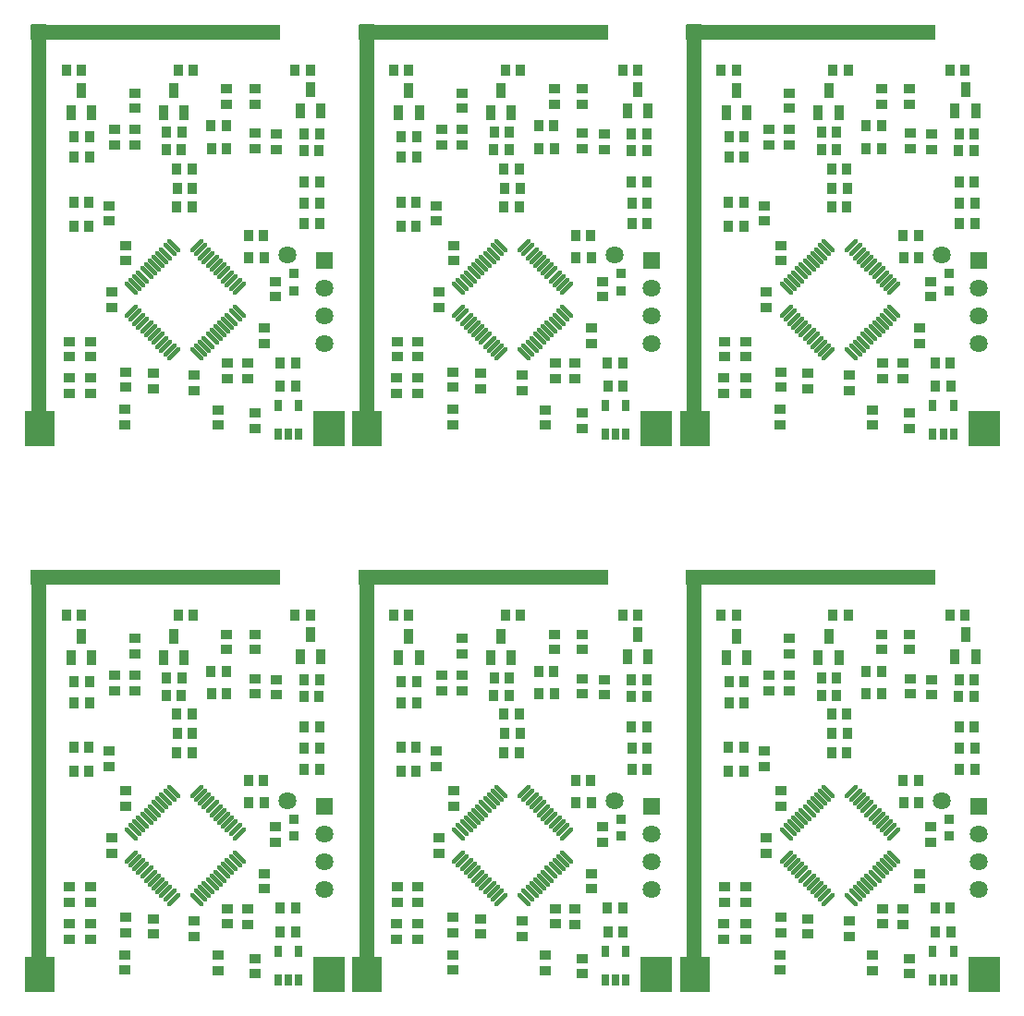
<source format=gts>
G04*
G04 #@! TF.GenerationSoftware,Altium Limited,Altium Designer,20.1.11 (218)*
G04*
G04 Layer_Color=8388736*
%FSLAX25Y25*%
%MOIN*%
G70*
G04*
G04 #@! TF.SameCoordinates,9421AAF7-A1CE-47F4-AB83-8062CB6876A7*
G04*
G04*
G04 #@! TF.FilePolarity,Negative*
G04*
G01*
G75*
%ADD46R,0.89862X0.05807*%
%ADD47R,0.05807X1.40059*%
%ADD48R,0.11024X0.12500*%
%ADD49R,0.11417X0.12500*%
%ADD50R,0.03256X0.05421*%
%ADD51R,0.04043X0.03650*%
%ADD52R,0.06406X0.06406*%
%ADD53C,0.06406*%
%ADD54R,0.03650X0.04043*%
%ADD55R,0.03650X0.03650*%
%ADD56R,0.02862X0.04437*%
G04:AMPARAMS|DCode=57|XSize=64.06mil|YSize=15.63mil|CornerRadius=0mil|HoleSize=0mil|Usage=FLASHONLY|Rotation=135.000|XOffset=0mil|YOffset=0mil|HoleType=Round|Shape=Round|*
%AMOVALD57*
21,1,0.04842,0.01563,0.00000,0.00000,135.0*
1,1,0.01563,0.01712,-0.01712*
1,1,0.01563,-0.01712,0.01712*
%
%ADD57OVALD57*%

G04:AMPARAMS|DCode=58|XSize=15.63mil|YSize=64.06mil|CornerRadius=0mil|HoleSize=0mil|Usage=FLASHONLY|Rotation=135.000|XOffset=0mil|YOffset=0mil|HoleType=Round|Shape=Round|*
%AMOVALD58*
21,1,0.04842,0.01563,0.00000,0.00000,225.0*
1,1,0.01563,0.01712,0.01712*
1,1,0.01563,-0.01712,-0.01712*
%
%ADD58OVALD58*%

D46*
X255376Y252443D02*
D03*
X373486D02*
D03*
X491596D02*
D03*
X255376Y449293D02*
D03*
X373486D02*
D03*
X491596D02*
D03*
D47*
X213348Y185317D02*
D03*
X331459D02*
D03*
X449569D02*
D03*
X213348Y382167D02*
D03*
X331459D02*
D03*
X449569D02*
D03*
D48*
X213595Y109234D02*
D03*
X331705D02*
D03*
X449815D02*
D03*
X213595Y306085D02*
D03*
X331705D02*
D03*
X449815D02*
D03*
D49*
X317925Y109333D02*
D03*
X436035D02*
D03*
X554146D02*
D03*
X317925Y306183D02*
D03*
X436035D02*
D03*
X554146D02*
D03*
D50*
X307492Y223949D02*
D03*
X314972D02*
D03*
X311232Y231823D02*
D03*
X258181Y223457D02*
D03*
X265661D02*
D03*
X261921Y231330D02*
D03*
X224913Y223457D02*
D03*
X232394D02*
D03*
X228654Y231330D02*
D03*
X425602Y223949D02*
D03*
X433083D02*
D03*
X429343Y231823D02*
D03*
X376291Y223457D02*
D03*
X383772D02*
D03*
X380031Y231330D02*
D03*
X343024Y223457D02*
D03*
X350504D02*
D03*
X346764Y231330D02*
D03*
X543713Y223949D02*
D03*
X551193D02*
D03*
X547453Y231823D02*
D03*
X494402Y223457D02*
D03*
X501882D02*
D03*
X498142Y231330D02*
D03*
X461134Y223457D02*
D03*
X468614D02*
D03*
X464874Y231330D02*
D03*
X307492Y420799D02*
D03*
X314972D02*
D03*
X311232Y428673D02*
D03*
X258181Y420307D02*
D03*
X265661D02*
D03*
X261921Y428181D02*
D03*
X224913Y420307D02*
D03*
X232394D02*
D03*
X228654Y428181D02*
D03*
X425602Y420799D02*
D03*
X433083D02*
D03*
X429343Y428673D02*
D03*
X376291Y420307D02*
D03*
X383772D02*
D03*
X380031Y428181D02*
D03*
X343024Y420307D02*
D03*
X350504D02*
D03*
X346764Y428181D02*
D03*
X543713Y420799D02*
D03*
X551193D02*
D03*
X547453Y428673D02*
D03*
X494402Y420307D02*
D03*
X501882D02*
D03*
X498142Y428181D02*
D03*
X461134Y420307D02*
D03*
X468614D02*
D03*
X464874Y428181D02*
D03*
D51*
X239480Y158595D02*
D03*
Y153084D02*
D03*
X291252Y216074D02*
D03*
Y210563D02*
D03*
X299027Y215681D02*
D03*
Y210170D02*
D03*
X294598Y145601D02*
D03*
Y140091D02*
D03*
X298634Y162531D02*
D03*
Y157020D02*
D03*
X291154Y232019D02*
D03*
Y226508D02*
D03*
X281016Y232019D02*
D03*
Y226508D02*
D03*
X247846Y230445D02*
D03*
Y224934D02*
D03*
X240563Y217255D02*
D03*
Y211744D02*
D03*
X247846Y217255D02*
D03*
Y211744D02*
D03*
X238595Y184382D02*
D03*
Y189893D02*
D03*
X244697Y175523D02*
D03*
Y170012D02*
D03*
X291154Y109481D02*
D03*
Y114992D02*
D03*
X288595Y132905D02*
D03*
Y127394D02*
D03*
X277866Y110661D02*
D03*
Y116172D02*
D03*
X281409Y133003D02*
D03*
Y127492D02*
D03*
X269402Y123064D02*
D03*
Y128575D02*
D03*
X254539Y129264D02*
D03*
Y123753D02*
D03*
X244598Y124245D02*
D03*
Y129756D02*
D03*
X244402Y110859D02*
D03*
Y116370D02*
D03*
X232000Y122080D02*
D03*
Y127591D02*
D03*
X224224Y122079D02*
D03*
Y127590D02*
D03*
X224421Y135268D02*
D03*
Y140779D02*
D03*
X231902Y135268D02*
D03*
Y140779D02*
D03*
X357591Y158595D02*
D03*
Y153084D02*
D03*
X409362Y216074D02*
D03*
Y210563D02*
D03*
X417138Y215681D02*
D03*
Y210170D02*
D03*
X412709Y145601D02*
D03*
Y140091D02*
D03*
X416744Y162531D02*
D03*
Y157020D02*
D03*
X409264Y232019D02*
D03*
Y226508D02*
D03*
X399126Y232019D02*
D03*
Y226508D02*
D03*
X365957Y230445D02*
D03*
Y224934D02*
D03*
X358673Y217255D02*
D03*
Y211744D02*
D03*
X365957Y217255D02*
D03*
Y211744D02*
D03*
X356705Y184382D02*
D03*
Y189893D02*
D03*
X362807Y175523D02*
D03*
Y170012D02*
D03*
X409264Y109481D02*
D03*
Y114992D02*
D03*
X406705Y132905D02*
D03*
Y127394D02*
D03*
X395976Y110661D02*
D03*
Y116172D02*
D03*
X399520Y133003D02*
D03*
Y127492D02*
D03*
X387512Y123064D02*
D03*
Y128575D02*
D03*
X372650Y129264D02*
D03*
Y123753D02*
D03*
X362709Y124245D02*
D03*
Y129756D02*
D03*
X362512Y110859D02*
D03*
Y116370D02*
D03*
X350110Y122080D02*
D03*
Y127591D02*
D03*
X342335Y122079D02*
D03*
Y127590D02*
D03*
X342531Y135268D02*
D03*
Y140779D02*
D03*
X350012Y135268D02*
D03*
Y140779D02*
D03*
X475701Y158595D02*
D03*
Y153084D02*
D03*
X527472Y216074D02*
D03*
Y210563D02*
D03*
X535248Y215681D02*
D03*
Y210170D02*
D03*
X530819Y145601D02*
D03*
Y140091D02*
D03*
X534854Y162531D02*
D03*
Y157020D02*
D03*
X527374Y232019D02*
D03*
Y226508D02*
D03*
X517236Y232019D02*
D03*
Y226508D02*
D03*
X484067Y230445D02*
D03*
Y224934D02*
D03*
X476783Y217255D02*
D03*
Y211744D02*
D03*
X484067Y217255D02*
D03*
Y211744D02*
D03*
X474815Y184382D02*
D03*
Y189893D02*
D03*
X480917Y175523D02*
D03*
Y170012D02*
D03*
X527374Y109481D02*
D03*
Y114992D02*
D03*
X524815Y132905D02*
D03*
Y127394D02*
D03*
X514087Y110661D02*
D03*
Y116172D02*
D03*
X517630Y133003D02*
D03*
Y127492D02*
D03*
X505622Y123064D02*
D03*
Y128575D02*
D03*
X490760Y129264D02*
D03*
Y123753D02*
D03*
X480819Y124245D02*
D03*
Y129756D02*
D03*
X480622Y110859D02*
D03*
Y116370D02*
D03*
X468221Y122080D02*
D03*
Y127591D02*
D03*
X460445Y122079D02*
D03*
Y127590D02*
D03*
X460642Y135268D02*
D03*
Y140779D02*
D03*
X468122Y135268D02*
D03*
Y140779D02*
D03*
X239480Y355445D02*
D03*
Y349934D02*
D03*
X291252Y412925D02*
D03*
Y407414D02*
D03*
X299027Y412531D02*
D03*
Y407020D02*
D03*
X294598Y342452D02*
D03*
Y336941D02*
D03*
X298634Y359382D02*
D03*
Y353871D02*
D03*
X291154Y428870D02*
D03*
Y423359D02*
D03*
X281016Y428870D02*
D03*
Y423359D02*
D03*
X247846Y427295D02*
D03*
Y421784D02*
D03*
X240563Y414106D02*
D03*
Y408595D02*
D03*
X247846Y414106D02*
D03*
Y408595D02*
D03*
X238595Y381233D02*
D03*
Y386744D02*
D03*
X244697Y372374D02*
D03*
Y366863D02*
D03*
X291154Y306331D02*
D03*
Y311842D02*
D03*
X288595Y329755D02*
D03*
Y324244D02*
D03*
X277866Y307512D02*
D03*
Y313023D02*
D03*
X281409Y329854D02*
D03*
Y324343D02*
D03*
X269402Y319914D02*
D03*
Y325425D02*
D03*
X254539Y326114D02*
D03*
Y320603D02*
D03*
X244598Y321095D02*
D03*
Y326606D02*
D03*
X244402Y307710D02*
D03*
Y313221D02*
D03*
X232000Y318930D02*
D03*
Y324441D02*
D03*
X224224Y318930D02*
D03*
Y324441D02*
D03*
X224421Y332119D02*
D03*
Y337630D02*
D03*
X231902Y332119D02*
D03*
Y337630D02*
D03*
X357591Y355445D02*
D03*
Y349934D02*
D03*
X409362Y412925D02*
D03*
Y407414D02*
D03*
X417138Y412531D02*
D03*
Y407020D02*
D03*
X412709Y342452D02*
D03*
Y336941D02*
D03*
X416744Y359382D02*
D03*
Y353871D02*
D03*
X409264Y428870D02*
D03*
Y423359D02*
D03*
X399126Y428870D02*
D03*
Y423359D02*
D03*
X365957Y427295D02*
D03*
Y421784D02*
D03*
X358673Y414106D02*
D03*
Y408595D02*
D03*
X365957Y414106D02*
D03*
Y408595D02*
D03*
X356705Y381233D02*
D03*
Y386744D02*
D03*
X362807Y372374D02*
D03*
Y366863D02*
D03*
X409264Y306331D02*
D03*
Y311842D02*
D03*
X406705Y329755D02*
D03*
Y324244D02*
D03*
X395976Y307512D02*
D03*
Y313023D02*
D03*
X399520Y329854D02*
D03*
Y324343D02*
D03*
X387512Y319914D02*
D03*
Y325425D02*
D03*
X372650Y326114D02*
D03*
Y320603D02*
D03*
X362709Y321095D02*
D03*
Y326606D02*
D03*
X362512Y307710D02*
D03*
Y313221D02*
D03*
X350110Y318930D02*
D03*
Y324441D02*
D03*
X342335Y318930D02*
D03*
Y324441D02*
D03*
X342531Y332119D02*
D03*
Y337630D02*
D03*
X350012Y332119D02*
D03*
Y337630D02*
D03*
X475701Y355445D02*
D03*
Y349934D02*
D03*
X527472Y412925D02*
D03*
Y407414D02*
D03*
X535248Y412531D02*
D03*
Y407020D02*
D03*
X530819Y342452D02*
D03*
Y336941D02*
D03*
X534854Y359382D02*
D03*
Y353871D02*
D03*
X527374Y428870D02*
D03*
Y423359D02*
D03*
X517236Y428870D02*
D03*
Y423359D02*
D03*
X484067Y427295D02*
D03*
Y421784D02*
D03*
X476783Y414106D02*
D03*
Y408595D02*
D03*
X484067Y414106D02*
D03*
Y408595D02*
D03*
X474815Y381233D02*
D03*
Y386744D02*
D03*
X480917Y372374D02*
D03*
Y366863D02*
D03*
X527374Y306331D02*
D03*
Y311842D02*
D03*
X524815Y329755D02*
D03*
Y324244D02*
D03*
X514087Y307512D02*
D03*
Y313023D02*
D03*
X517630Y329854D02*
D03*
Y324343D02*
D03*
X505622Y319914D02*
D03*
Y325425D02*
D03*
X490760Y326114D02*
D03*
Y320603D02*
D03*
X480819Y321095D02*
D03*
Y326606D02*
D03*
X480622Y307710D02*
D03*
Y313221D02*
D03*
X468221Y318930D02*
D03*
Y324441D02*
D03*
X460445Y318930D02*
D03*
Y324441D02*
D03*
X460642Y332119D02*
D03*
Y337630D02*
D03*
X468122Y332119D02*
D03*
Y337630D02*
D03*
D52*
X316154Y169972D02*
D03*
X434264D02*
D03*
X552374D02*
D03*
X316154Y366823D02*
D03*
X434264D02*
D03*
X552374D02*
D03*
D53*
X316154Y159972D02*
D03*
Y149972D02*
D03*
Y139972D02*
D03*
X302866Y171980D02*
D03*
X434264Y159972D02*
D03*
Y149972D02*
D03*
Y139972D02*
D03*
X420976Y171980D02*
D03*
X552374Y159972D02*
D03*
Y149972D02*
D03*
Y139972D02*
D03*
X539087Y171980D02*
D03*
X316154Y356823D02*
D03*
Y346823D02*
D03*
Y336823D02*
D03*
X302866Y368831D02*
D03*
X434264Y356823D02*
D03*
Y346823D02*
D03*
Y336823D02*
D03*
X420976Y368831D02*
D03*
X552374Y356823D02*
D03*
Y346823D02*
D03*
Y336823D02*
D03*
X539087Y368831D02*
D03*
D54*
X294302Y179165D02*
D03*
X288791D02*
D03*
X288988Y171095D02*
D03*
X294499D02*
D03*
X268515Y203181D02*
D03*
X263004D02*
D03*
X264775Y209972D02*
D03*
X259264D02*
D03*
X264874Y216272D02*
D03*
X259363D02*
D03*
X268515Y189303D02*
D03*
X263004D02*
D03*
X268712Y196095D02*
D03*
X263201D02*
D03*
X281015Y210563D02*
D03*
X275504D02*
D03*
X275406Y218732D02*
D03*
X280917D02*
D03*
X309067Y183299D02*
D03*
X314578D02*
D03*
X309067Y190878D02*
D03*
X314578D02*
D03*
X314480Y198457D02*
D03*
X308969D02*
D03*
X308871Y209677D02*
D03*
X314382D02*
D03*
X308969Y215681D02*
D03*
X314480D02*
D03*
X311232Y238811D02*
D03*
X305721D02*
D03*
X269007D02*
D03*
X263496D02*
D03*
X305917Y124638D02*
D03*
X300406D02*
D03*
X300307Y133102D02*
D03*
X305818D02*
D03*
X231311Y182512D02*
D03*
X225800D02*
D03*
X231311Y191173D02*
D03*
X225800D02*
D03*
X231507Y207413D02*
D03*
X225996D02*
D03*
X231507Y214894D02*
D03*
X225996D02*
D03*
X228653Y238811D02*
D03*
X223142D02*
D03*
X412413Y179165D02*
D03*
X406902D02*
D03*
X407098Y171095D02*
D03*
X412609D02*
D03*
X386626Y203181D02*
D03*
X381115D02*
D03*
X382885Y209972D02*
D03*
X377374D02*
D03*
X382984Y216272D02*
D03*
X377473D02*
D03*
X386626Y189303D02*
D03*
X381115D02*
D03*
X386822Y196095D02*
D03*
X381311D02*
D03*
X399126Y210563D02*
D03*
X393615D02*
D03*
X393516Y218732D02*
D03*
X399027D02*
D03*
X427177Y183299D02*
D03*
X432689D02*
D03*
X427177Y190878D02*
D03*
X432689D02*
D03*
X432590Y198457D02*
D03*
X427079D02*
D03*
X426981Y209677D02*
D03*
X432492D02*
D03*
X427079Y215681D02*
D03*
X432590D02*
D03*
X429342Y238811D02*
D03*
X423831D02*
D03*
X387118D02*
D03*
X381607D02*
D03*
X424027Y124638D02*
D03*
X418516D02*
D03*
X418417Y133102D02*
D03*
X423928D02*
D03*
X349421Y182512D02*
D03*
X343910D02*
D03*
X349421Y191173D02*
D03*
X343910D02*
D03*
X349618Y207413D02*
D03*
X344107D02*
D03*
X349618Y214894D02*
D03*
X344107D02*
D03*
X346763Y238811D02*
D03*
X341252D02*
D03*
X530523Y179165D02*
D03*
X525012D02*
D03*
X525209Y171095D02*
D03*
X530720D02*
D03*
X504736Y203181D02*
D03*
X499225D02*
D03*
X500996Y209972D02*
D03*
X495485D02*
D03*
X501094Y216272D02*
D03*
X495583D02*
D03*
X504736Y189303D02*
D03*
X499225D02*
D03*
X504933Y196095D02*
D03*
X499422D02*
D03*
X517236Y210563D02*
D03*
X511725D02*
D03*
X511626Y218732D02*
D03*
X517137D02*
D03*
X545288Y183299D02*
D03*
X550799D02*
D03*
X545288Y190878D02*
D03*
X550799D02*
D03*
X550700Y198457D02*
D03*
X545189D02*
D03*
X545091Y209677D02*
D03*
X550602D02*
D03*
X545189Y215681D02*
D03*
X550700D02*
D03*
X547452Y238811D02*
D03*
X541941D02*
D03*
X505228D02*
D03*
X499717D02*
D03*
X542137Y124638D02*
D03*
X536626D02*
D03*
X536527Y133102D02*
D03*
X542039D02*
D03*
X467531Y182512D02*
D03*
X462020D02*
D03*
X467531Y191173D02*
D03*
X462020D02*
D03*
X467728Y207413D02*
D03*
X462217D02*
D03*
X467728Y214894D02*
D03*
X462217D02*
D03*
X464874Y238811D02*
D03*
X459363D02*
D03*
X294302Y376016D02*
D03*
X288791D02*
D03*
X288988Y367945D02*
D03*
X294499D02*
D03*
X268515Y400032D02*
D03*
X263004D02*
D03*
X264775Y406823D02*
D03*
X259264D02*
D03*
X264874Y413122D02*
D03*
X259363D02*
D03*
X268515Y386154D02*
D03*
X263004D02*
D03*
X268712Y392945D02*
D03*
X263201D02*
D03*
X281015Y407413D02*
D03*
X275504D02*
D03*
X275406Y415583D02*
D03*
X280917D02*
D03*
X309067Y380150D02*
D03*
X314578D02*
D03*
X309067Y387728D02*
D03*
X314578D02*
D03*
X314480Y395307D02*
D03*
X308969D02*
D03*
X308871Y406528D02*
D03*
X314382D02*
D03*
X308969Y412532D02*
D03*
X314480D02*
D03*
X311232Y435661D02*
D03*
X305721D02*
D03*
X269007D02*
D03*
X263496D02*
D03*
X305917Y321488D02*
D03*
X300406D02*
D03*
X300307Y329953D02*
D03*
X305818D02*
D03*
X231311Y379362D02*
D03*
X225800D02*
D03*
X231311Y388024D02*
D03*
X225800D02*
D03*
X231507Y404264D02*
D03*
X225996D02*
D03*
X231507Y411744D02*
D03*
X225996D02*
D03*
X228653Y435661D02*
D03*
X223142D02*
D03*
X412413Y376016D02*
D03*
X406902D02*
D03*
X407098Y367945D02*
D03*
X412609D02*
D03*
X386626Y400032D02*
D03*
X381115D02*
D03*
X382885Y406823D02*
D03*
X377374D02*
D03*
X382984Y413122D02*
D03*
X377473D02*
D03*
X386626Y386154D02*
D03*
X381115D02*
D03*
X386822Y392945D02*
D03*
X381311D02*
D03*
X399126Y407413D02*
D03*
X393615D02*
D03*
X393516Y415583D02*
D03*
X399027D02*
D03*
X427177Y380150D02*
D03*
X432689D02*
D03*
X427177Y387728D02*
D03*
X432689D02*
D03*
X432590Y395307D02*
D03*
X427079D02*
D03*
X426981Y406528D02*
D03*
X432492D02*
D03*
X427079Y412532D02*
D03*
X432590D02*
D03*
X429342Y435661D02*
D03*
X423831D02*
D03*
X387118D02*
D03*
X381607D02*
D03*
X424027Y321488D02*
D03*
X418516D02*
D03*
X418417Y329953D02*
D03*
X423928D02*
D03*
X349421Y379362D02*
D03*
X343910D02*
D03*
X349421Y388024D02*
D03*
X343910D02*
D03*
X349618Y404264D02*
D03*
X344107D02*
D03*
X349618Y411744D02*
D03*
X344107D02*
D03*
X346763Y435661D02*
D03*
X341252D02*
D03*
X530523Y376016D02*
D03*
X525012D02*
D03*
X525209Y367945D02*
D03*
X530720D02*
D03*
X504736Y400032D02*
D03*
X499225D02*
D03*
X500996Y406823D02*
D03*
X495485D02*
D03*
X501094Y413122D02*
D03*
X495583D02*
D03*
X504736Y386154D02*
D03*
X499225D02*
D03*
X504933Y392945D02*
D03*
X499422D02*
D03*
X517236Y407413D02*
D03*
X511725D02*
D03*
X511626Y415583D02*
D03*
X517137D02*
D03*
X545288Y380150D02*
D03*
X550799D02*
D03*
X545288Y387728D02*
D03*
X550799D02*
D03*
X550700Y395307D02*
D03*
X545189D02*
D03*
X545091Y406528D02*
D03*
X550602D02*
D03*
X545189Y412532D02*
D03*
X550700D02*
D03*
X547452Y435661D02*
D03*
X541941D02*
D03*
X505228D02*
D03*
X499717D02*
D03*
X542137Y321488D02*
D03*
X536626D02*
D03*
X536527Y329953D02*
D03*
X542039D02*
D03*
X467531Y379362D02*
D03*
X462020D02*
D03*
X467531Y388024D02*
D03*
X462020D02*
D03*
X467728Y404264D02*
D03*
X462217D02*
D03*
X467728Y411744D02*
D03*
X462217D02*
D03*
X464874Y435661D02*
D03*
X459363D02*
D03*
D55*
X305313Y165384D02*
D03*
X305341Y159089D02*
D03*
X423423Y165384D02*
D03*
X423451Y159089D02*
D03*
X541533Y165384D02*
D03*
X541561Y159089D02*
D03*
X305313Y362234D02*
D03*
X305341Y355939D02*
D03*
X423423Y362234D02*
D03*
X423451Y355939D02*
D03*
X541533Y362234D02*
D03*
X541561Y355939D02*
D03*
D56*
X299519Y107414D02*
D03*
X303259Y107413D02*
D03*
X306999Y107413D02*
D03*
X307000Y117649D02*
D03*
X299520Y117650D02*
D03*
X417630Y107414D02*
D03*
X421370Y107413D02*
D03*
X425110Y107413D02*
D03*
X425110Y117649D02*
D03*
X417630Y117650D02*
D03*
X535740Y107414D02*
D03*
X539480Y107413D02*
D03*
X543220Y107413D02*
D03*
X543221Y117649D02*
D03*
X535741Y117650D02*
D03*
X299519Y304264D02*
D03*
X303259Y304264D02*
D03*
X306999Y304264D02*
D03*
X307000Y314500D02*
D03*
X299520Y314500D02*
D03*
X417630Y304264D02*
D03*
X421370Y304264D02*
D03*
X425110Y304264D02*
D03*
X425110Y314500D02*
D03*
X417630Y314500D02*
D03*
X535740Y304264D02*
D03*
X539480Y304264D02*
D03*
X543220Y304264D02*
D03*
X543221Y314500D02*
D03*
X535741Y314500D02*
D03*
D57*
X285542Y151675D02*
D03*
X284150Y150282D02*
D03*
X282758Y148891D02*
D03*
X281366Y147498D02*
D03*
X279974Y146107D02*
D03*
X278582Y144714D02*
D03*
X277190Y143323D02*
D03*
X275798Y141931D02*
D03*
X274406Y140539D02*
D03*
X273014Y139147D02*
D03*
X271622Y137756D02*
D03*
X270231Y136363D02*
D03*
X246568Y160026D02*
D03*
X247960Y161419D02*
D03*
X249352Y162810D02*
D03*
X250744Y164202D02*
D03*
X252136Y165594D02*
D03*
X253528Y166986D02*
D03*
X254920Y168377D02*
D03*
X256312Y169770D02*
D03*
X257704Y171161D02*
D03*
X259096Y172554D02*
D03*
X260488Y173945D02*
D03*
X261880Y175338D02*
D03*
X403652Y151675D02*
D03*
X402260Y150282D02*
D03*
X400868Y148891D02*
D03*
X399476Y147498D02*
D03*
X398084Y146107D02*
D03*
X396692Y144714D02*
D03*
X395300Y143323D02*
D03*
X393909Y141931D02*
D03*
X392517Y140539D02*
D03*
X391125Y139147D02*
D03*
X389733Y137756D02*
D03*
X388341Y136363D02*
D03*
X364679Y160026D02*
D03*
X366071Y161419D02*
D03*
X367462Y162810D02*
D03*
X368854Y164202D02*
D03*
X370246Y165594D02*
D03*
X371638Y166986D02*
D03*
X373030Y168377D02*
D03*
X374422Y169770D02*
D03*
X375814Y171161D02*
D03*
X377206Y172554D02*
D03*
X378598Y173945D02*
D03*
X379990Y175338D02*
D03*
X521762Y151675D02*
D03*
X520370Y150282D02*
D03*
X518979Y148891D02*
D03*
X517587Y147498D02*
D03*
X516195Y146107D02*
D03*
X514803Y144714D02*
D03*
X513411Y143323D02*
D03*
X512019Y141931D02*
D03*
X510627Y140539D02*
D03*
X509235Y139147D02*
D03*
X507843Y137756D02*
D03*
X506451Y136363D02*
D03*
X482789Y160026D02*
D03*
X484181Y161419D02*
D03*
X485573Y162810D02*
D03*
X486965Y164202D02*
D03*
X488356Y165594D02*
D03*
X489748Y166986D02*
D03*
X491141Y168377D02*
D03*
X492532Y169770D02*
D03*
X493924Y171161D02*
D03*
X495316Y172554D02*
D03*
X496708Y173945D02*
D03*
X498100Y175338D02*
D03*
X285542Y348525D02*
D03*
X284150Y347133D02*
D03*
X282758Y345741D02*
D03*
X281366Y344349D02*
D03*
X279974Y342957D02*
D03*
X278582Y341565D02*
D03*
X277190Y340174D02*
D03*
X275798Y338781D02*
D03*
X274406Y337390D02*
D03*
X273014Y335997D02*
D03*
X271622Y334606D02*
D03*
X270231Y333213D02*
D03*
X246568Y356876D02*
D03*
X247960Y358269D02*
D03*
X249352Y359660D02*
D03*
X250744Y361053D02*
D03*
X252136Y362444D02*
D03*
X253528Y363837D02*
D03*
X254920Y365228D02*
D03*
X256312Y366620D02*
D03*
X257704Y368012D02*
D03*
X259096Y369404D02*
D03*
X260488Y370796D02*
D03*
X261880Y372188D02*
D03*
X403652Y348525D02*
D03*
X402260Y347133D02*
D03*
X400868Y345741D02*
D03*
X399476Y344349D02*
D03*
X398084Y342957D02*
D03*
X396692Y341565D02*
D03*
X395300Y340174D02*
D03*
X393909Y338781D02*
D03*
X392517Y337390D02*
D03*
X391125Y335997D02*
D03*
X389733Y334606D02*
D03*
X388341Y333213D02*
D03*
X364679Y356876D02*
D03*
X366071Y358269D02*
D03*
X367462Y359660D02*
D03*
X368854Y361053D02*
D03*
X370246Y362444D02*
D03*
X371638Y363837D02*
D03*
X373030Y365228D02*
D03*
X374422Y366620D02*
D03*
X375814Y368012D02*
D03*
X377206Y369404D02*
D03*
X378598Y370796D02*
D03*
X379990Y372188D02*
D03*
X521762Y348525D02*
D03*
X520370Y347133D02*
D03*
X518979Y345741D02*
D03*
X517587Y344349D02*
D03*
X516195Y342957D02*
D03*
X514803Y341565D02*
D03*
X513411Y340174D02*
D03*
X512019Y338781D02*
D03*
X510627Y337390D02*
D03*
X509235Y335997D02*
D03*
X507843Y334606D02*
D03*
X506451Y333213D02*
D03*
X482789Y356876D02*
D03*
X484181Y358269D02*
D03*
X485573Y359660D02*
D03*
X486965Y361053D02*
D03*
X488356Y362444D02*
D03*
X489748Y363837D02*
D03*
X491141Y365228D02*
D03*
X492532Y366620D02*
D03*
X493924Y368012D02*
D03*
X495316Y369404D02*
D03*
X496708Y370796D02*
D03*
X498100Y372188D02*
D03*
D58*
X261880Y136363D02*
D03*
X260487Y137756D02*
D03*
X259096Y139147D02*
D03*
X257703Y140540D02*
D03*
X256312Y141931D02*
D03*
X254920Y143324D02*
D03*
X253528Y144715D02*
D03*
X252136Y146107D02*
D03*
X250745Y147499D02*
D03*
X249352Y148891D02*
D03*
X247961Y150283D02*
D03*
X246568Y151675D02*
D03*
X270230Y175338D02*
D03*
X271623Y173945D02*
D03*
X273014Y172554D02*
D03*
X274407Y171161D02*
D03*
X275798Y169770D02*
D03*
X277191Y168377D02*
D03*
X278582Y166986D02*
D03*
X279974Y165593D02*
D03*
X281366Y164202D02*
D03*
X282758Y162809D02*
D03*
X284150Y161418D02*
D03*
X285542Y160026D02*
D03*
X379990Y136363D02*
D03*
X378598Y137756D02*
D03*
X377206Y139147D02*
D03*
X375814Y140540D02*
D03*
X374423Y141931D02*
D03*
X373030Y143324D02*
D03*
X371639Y144715D02*
D03*
X370246Y146107D02*
D03*
X368855Y147499D02*
D03*
X367462Y148891D02*
D03*
X366071Y150283D02*
D03*
X364678Y151675D02*
D03*
X388340Y175338D02*
D03*
X389733Y173945D02*
D03*
X391124Y172554D02*
D03*
X392517Y171161D02*
D03*
X393908Y169770D02*
D03*
X395301Y168377D02*
D03*
X396692Y166986D02*
D03*
X398085Y165593D02*
D03*
X399476Y164202D02*
D03*
X400869Y162809D02*
D03*
X402260Y161418D02*
D03*
X403652Y160026D02*
D03*
X498101Y136363D02*
D03*
X496708Y137756D02*
D03*
X495317Y139147D02*
D03*
X493924Y140540D02*
D03*
X492533Y141931D02*
D03*
X491140Y143324D02*
D03*
X489749Y144715D02*
D03*
X488356Y146107D02*
D03*
X486965Y147499D02*
D03*
X485572Y148891D02*
D03*
X484181Y150283D02*
D03*
X482789Y151675D02*
D03*
X506451Y175338D02*
D03*
X507843Y173945D02*
D03*
X509235Y172554D02*
D03*
X510627Y171161D02*
D03*
X512018Y169770D02*
D03*
X513411Y168377D02*
D03*
X514802Y166986D02*
D03*
X516195Y165593D02*
D03*
X517586Y164202D02*
D03*
X518979Y162809D02*
D03*
X520370Y161418D02*
D03*
X521763Y160026D02*
D03*
X261880Y333214D02*
D03*
X260487Y334606D02*
D03*
X259096Y335998D02*
D03*
X257703Y337390D02*
D03*
X256312Y338781D02*
D03*
X254920Y340174D02*
D03*
X253528Y341565D02*
D03*
X252136Y342958D02*
D03*
X250745Y344349D02*
D03*
X249352Y345742D02*
D03*
X247961Y347133D02*
D03*
X246568Y348526D02*
D03*
X270230Y372188D02*
D03*
X271623Y370795D02*
D03*
X273014Y369404D02*
D03*
X274407Y368011D02*
D03*
X275798Y366620D02*
D03*
X277191Y365228D02*
D03*
X278582Y363836D02*
D03*
X279974Y362444D02*
D03*
X281366Y361052D02*
D03*
X282758Y359660D02*
D03*
X284150Y358268D02*
D03*
X285542Y356876D02*
D03*
X379990Y333214D02*
D03*
X378598Y334606D02*
D03*
X377206Y335998D02*
D03*
X375814Y337390D02*
D03*
X374423Y338781D02*
D03*
X373030Y340174D02*
D03*
X371639Y341565D02*
D03*
X370246Y342958D02*
D03*
X368855Y344349D02*
D03*
X367462Y345742D02*
D03*
X366071Y347133D02*
D03*
X364678Y348526D02*
D03*
X388340Y372188D02*
D03*
X389733Y370795D02*
D03*
X391124Y369404D02*
D03*
X392517Y368011D02*
D03*
X393908Y366620D02*
D03*
X395301Y365228D02*
D03*
X396692Y363836D02*
D03*
X398085Y362444D02*
D03*
X399476Y361052D02*
D03*
X400869Y359660D02*
D03*
X402260Y358268D02*
D03*
X403652Y356876D02*
D03*
X498101Y333214D02*
D03*
X496708Y334606D02*
D03*
X495317Y335998D02*
D03*
X493924Y337390D02*
D03*
X492533Y338781D02*
D03*
X491140Y340174D02*
D03*
X489749Y341565D02*
D03*
X488356Y342958D02*
D03*
X486965Y344349D02*
D03*
X485572Y345742D02*
D03*
X484181Y347133D02*
D03*
X482789Y348526D02*
D03*
X506451Y372188D02*
D03*
X507843Y370795D02*
D03*
X509235Y369404D02*
D03*
X510627Y368011D02*
D03*
X512018Y366620D02*
D03*
X513411Y365228D02*
D03*
X514802Y363836D02*
D03*
X516195Y362444D02*
D03*
X517586Y361052D02*
D03*
X518979Y359660D02*
D03*
X520370Y358268D02*
D03*
X521763Y356876D02*
D03*
M02*

</source>
